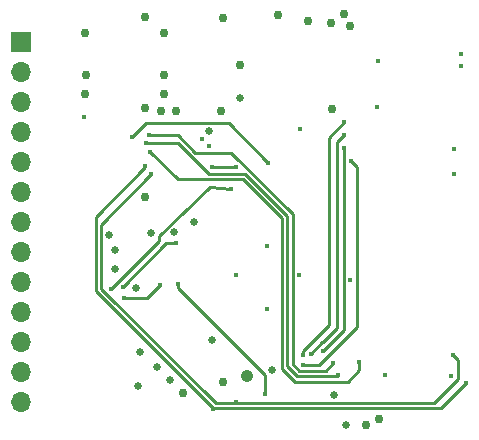
<source format=gbr>
%TF.GenerationSoftware,KiCad,Pcbnew,(5.1.6-0-10_14)*%
%TF.CreationDate,2020-07-18T18:34:35+02:00*%
%TF.ProjectId,driver-board,64726976-6572-42d6-926f-6172642e6b69,rev?*%
%TF.SameCoordinates,Original*%
%TF.FileFunction,Copper,L4,Bot*%
%TF.FilePolarity,Positive*%
%FSLAX46Y46*%
G04 Gerber Fmt 4.6, Leading zero omitted, Abs format (unit mm)*
G04 Created by KiCad (PCBNEW (5.1.6-0-10_14)) date 2020-07-18 18:34:35*
%MOMM*%
%LPD*%
G01*
G04 APERTURE LIST*
%TA.AperFunction,ComponentPad*%
%ADD10R,1.700000X1.700000*%
%TD*%
%TA.AperFunction,ComponentPad*%
%ADD11O,1.700000X1.700000*%
%TD*%
%TA.AperFunction,ViaPad*%
%ADD12C,0.750000*%
%TD*%
%TA.AperFunction,ViaPad*%
%ADD13C,0.450000*%
%TD*%
%TA.AperFunction,ViaPad*%
%ADD14C,0.650000*%
%TD*%
%TA.AperFunction,Conductor*%
%ADD15C,1.000000*%
%TD*%
%TA.AperFunction,Conductor*%
%ADD16C,0.250000*%
%TD*%
G04 APERTURE END LIST*
D10*
%TO.P,J1,1*%
%TO.N,+5V*%
X112200000Y-51100000D03*
D11*
%TO.P,J1,2*%
%TO.N,VCC*%
X112200000Y-53640000D03*
%TO.P,J1,3*%
%TO.N,GND*%
X112200000Y-56180000D03*
%TO.P,J1,4*%
%TO.N,SCK*%
X112200000Y-58720000D03*
%TO.P,J1,5*%
%TO.N,SDI*%
X112200000Y-61260000D03*
%TO.P,J1,6*%
%TO.N,SDO*%
X112200000Y-63800000D03*
%TO.P,J1,7*%
%TO.N,CS1*%
X112200000Y-66340000D03*
%TO.P,J1,8*%
%TO.N,CS2*%
X112200000Y-68880000D03*
%TO.P,J1,9*%
%TO.N,DC*%
X112200000Y-71420000D03*
%TO.P,J1,10*%
%TO.N,AUDIO*%
X112200000Y-73960000D03*
%TO.P,J1,11*%
%TO.N,IRQ*%
X112200000Y-76500000D03*
%TO.P,J1,12*%
%TO.N,FTRES*%
X112200000Y-79040000D03*
%TO.P,J1,13*%
%TO.N,DISPRES*%
X112200000Y-81580000D03*
%TD*%
D12*
%TO.N,+3V0*%
X122650000Y-56675000D03*
D13*
X127500000Y-59300000D03*
X128100000Y-59900000D03*
D12*
X125300000Y-56900000D03*
X124000000Y-56900000D03*
D14*
X120100000Y-68700000D03*
X123200000Y-67300000D03*
X126800000Y-66300000D03*
D13*
X143000000Y-79285002D03*
D12*
X141400000Y-83525000D03*
X142475000Y-83050000D03*
X129300000Y-79850000D03*
D14*
X128300000Y-76300000D03*
X133400000Y-78900000D03*
%TO.N,GND*%
X123700000Y-78600000D03*
X124800000Y-79700000D03*
D12*
X125900000Y-80800000D03*
D14*
X122200000Y-77300000D03*
X121900000Y-71900000D03*
X120100000Y-70300000D03*
X119600000Y-67400000D03*
X125100000Y-67200000D03*
D13*
X117500000Y-57400000D03*
D12*
X117600000Y-50300000D03*
X117700000Y-53900000D03*
X124300000Y-50300000D03*
X124300000Y-53900000D03*
X124300000Y-55500000D03*
X117600000Y-55500000D03*
X130700000Y-53000000D03*
D14*
X128100000Y-58600000D03*
X139700000Y-83500000D03*
X138700000Y-81000000D03*
D13*
X149400000Y-52100000D03*
X142400000Y-52700000D03*
X149400000Y-53100000D03*
X130400001Y-70800000D03*
X133000000Y-68325128D03*
X133000000Y-73700000D03*
X135700000Y-70800000D03*
X140050010Y-71200000D03*
X142300000Y-56600000D03*
X148600000Y-79400000D03*
X148800000Y-62300000D03*
X148825000Y-60125000D03*
D12*
X139975000Y-49700000D03*
D14*
X122100000Y-80200000D03*
D12*
X139550000Y-48750000D03*
X138400000Y-49525000D03*
X138500000Y-56775000D03*
D14*
X130700000Y-55850000D03*
D13*
X135750000Y-58450000D03*
D12*
%TO.N,VCC*%
X122700000Y-64200000D03*
%TO.N,+5V*%
X122700000Y-49000000D03*
X129300000Y-49100000D03*
X133900000Y-48800000D03*
X136500000Y-49300000D03*
%TO.N,+3V3*%
X129100000Y-56900000D03*
X131300000Y-79400000D03*
D13*
%TO.N,DISPRES*%
X125450000Y-71550000D03*
X132850000Y-80925000D03*
%TO.N,AUDIO*%
X119800000Y-72000000D03*
X129900000Y-63500000D03*
%TO.N,DC_3V*%
X148700000Y-77600000D03*
X123200000Y-62300000D03*
X130324999Y-81550011D03*
%TO.N,CS2_3V*%
X149800000Y-80000000D03*
X122700000Y-61600000D03*
X128425522Y-82158135D03*
%TO.N,CS1_3V*%
X121600000Y-59100000D03*
X133100000Y-61300000D03*
%TO.N,DE*%
X140100000Y-61200000D03*
X136000000Y-78400000D03*
%TO.N,VSYNC*%
X139500000Y-57900000D03*
X136000000Y-77600000D03*
%TO.N,HSYNC*%
X139500000Y-59000000D03*
X136700000Y-77500000D03*
%TO.N,PCLK*%
X139500000Y-60100000D03*
X137738916Y-77238916D03*
%TO.N,FTRES*%
X120900000Y-72800000D03*
X123900000Y-71700000D03*
%TO.N,IRQ*%
X125300000Y-68150000D03*
X120800000Y-71800000D03*
%TO.N,SCK_3V*%
X123000000Y-59000000D03*
X138600000Y-78300000D03*
%TO.N,SDI_3V*%
X122773952Y-59675000D03*
X138999990Y-79300020D03*
%TO.N,SDO_3V*%
X123086084Y-60363916D03*
X140800000Y-78200000D03*
%TO.N,SDI_BUFFER*%
X130400000Y-61700000D03*
X128317730Y-61682270D03*
%TD*%
D15*
%TO.N,+3V3*%
X131325001Y-79374999D02*
X131300000Y-79400000D01*
D16*
%TO.N,DISPRES*%
X132850000Y-79312002D02*
X132850000Y-80925000D01*
X125450000Y-71912002D02*
X132850000Y-79312002D01*
X125450000Y-71550000D02*
X125450000Y-71912002D01*
%TO.N,AUDIO*%
X123850001Y-67949999D02*
X119800000Y-72000000D01*
X123850001Y-67487997D02*
X123850001Y-67949999D01*
X128137998Y-63400000D02*
X123850001Y-67487997D01*
X129900000Y-63500000D02*
X128137998Y-63400000D01*
%TO.N,DC_3V*%
X118949999Y-66550001D02*
X123200000Y-62300000D01*
X128635999Y-81650001D02*
X118949999Y-71964001D01*
X148700000Y-77600000D02*
X149150001Y-78050001D01*
X147164001Y-81650001D02*
X128635999Y-81650001D01*
X118949999Y-71964001D02*
X118949999Y-66550001D01*
X149150001Y-79664001D02*
X147164001Y-81650001D01*
X149150001Y-78050001D02*
X149150001Y-79664001D01*
%TO.N,CS2_3V*%
X118499989Y-72150401D02*
X118499989Y-65900011D01*
X128449598Y-82100010D02*
X118499989Y-72150401D01*
X147699989Y-82100011D02*
X128449598Y-82100010D01*
X149800000Y-80000000D02*
X147699989Y-82100011D01*
X122700000Y-61700000D02*
X122700000Y-61600000D01*
X118499989Y-65900011D02*
X122700000Y-61700000D01*
%TO.N,CS1_3V*%
X122750001Y-57949999D02*
X129749999Y-57949999D01*
X129749999Y-57949999D02*
X133100000Y-61300000D01*
X121600000Y-59100000D02*
X122750001Y-57949999D01*
%TO.N,DE*%
X137391834Y-78400000D02*
X136000000Y-78400000D01*
X140600011Y-75191823D02*
X137391834Y-78400000D01*
X140600011Y-61700011D02*
X140600011Y-75191823D01*
X140100000Y-61200000D02*
X140600011Y-61700011D01*
%TO.N,VSYNC*%
X136000000Y-77281802D02*
X138200000Y-75081802D01*
X138200000Y-59200000D02*
X139500000Y-57900000D01*
X136000000Y-77600000D02*
X136000000Y-77281802D01*
X138200000Y-75081802D02*
X138200000Y-59200000D01*
%TO.N,HSYNC*%
X138949999Y-59550001D02*
X138949999Y-75286411D01*
X139500000Y-59000000D02*
X138949999Y-59550001D01*
X138949999Y-75286411D02*
X138650009Y-75586401D01*
X138650009Y-75586401D02*
X137718205Y-76518205D01*
X137681795Y-76518205D02*
X136700000Y-77500000D01*
X137718205Y-76518205D02*
X137681795Y-76518205D01*
%TO.N,PCLK*%
X139500000Y-75477832D02*
X137738916Y-77238916D01*
X139500000Y-60100000D02*
X139500000Y-75477832D01*
%TO.N,FTRES*%
X122800000Y-72800000D02*
X123900000Y-71700000D01*
X120900000Y-72800000D02*
X122800000Y-72800000D01*
%TO.N,IRQ*%
X124450000Y-68150000D02*
X120800000Y-71800000D01*
X125300000Y-68150000D02*
X124450000Y-68150000D01*
%TO.N,SCK_3V*%
X125436410Y-59000000D02*
X123000000Y-59000000D01*
X135735999Y-78950001D02*
X135149999Y-78364001D01*
X135149999Y-78364001D02*
X135149999Y-65635997D01*
X135149999Y-65635997D02*
X129964003Y-60450001D01*
X126886411Y-60450001D02*
X125436410Y-59000000D01*
X129964003Y-60450001D02*
X126886411Y-60450001D01*
X137949999Y-78950001D02*
X135735999Y-78950001D01*
X138600000Y-78300000D02*
X137949999Y-78950001D01*
%TO.N,SDI_3V*%
X138899999Y-79400011D02*
X138999990Y-79300020D01*
X134699990Y-78550402D02*
X135549599Y-79400011D01*
X135549599Y-79400011D02*
X138899999Y-79400011D01*
X125475000Y-59675000D02*
X128050001Y-62250001D01*
X134699989Y-65822397D02*
X134699990Y-78550402D01*
X128050001Y-62250001D02*
X131127593Y-62250001D01*
X131127593Y-62250001D02*
X134699989Y-65822397D01*
X122773952Y-59675000D02*
X125475000Y-59675000D01*
%TO.N,SDO_3V*%
X134249979Y-66008797D02*
X130941193Y-62700011D01*
X134249979Y-78736799D02*
X134249979Y-66008797D01*
X135363200Y-79850020D02*
X134249979Y-78736799D01*
X139849980Y-79850020D02*
X135363200Y-79850020D01*
X140800000Y-78900000D02*
X139849980Y-79850020D01*
X125422179Y-62700011D02*
X123086084Y-60363916D01*
X130941193Y-62700011D02*
X125422179Y-62700011D01*
X140800000Y-78200000D02*
X140800000Y-78900000D01*
%TO.N,SDI_BUFFER*%
X128335460Y-61700000D02*
X130400000Y-61700000D01*
X128317730Y-61682270D02*
X128335460Y-61700000D01*
%TD*%
M02*

</source>
